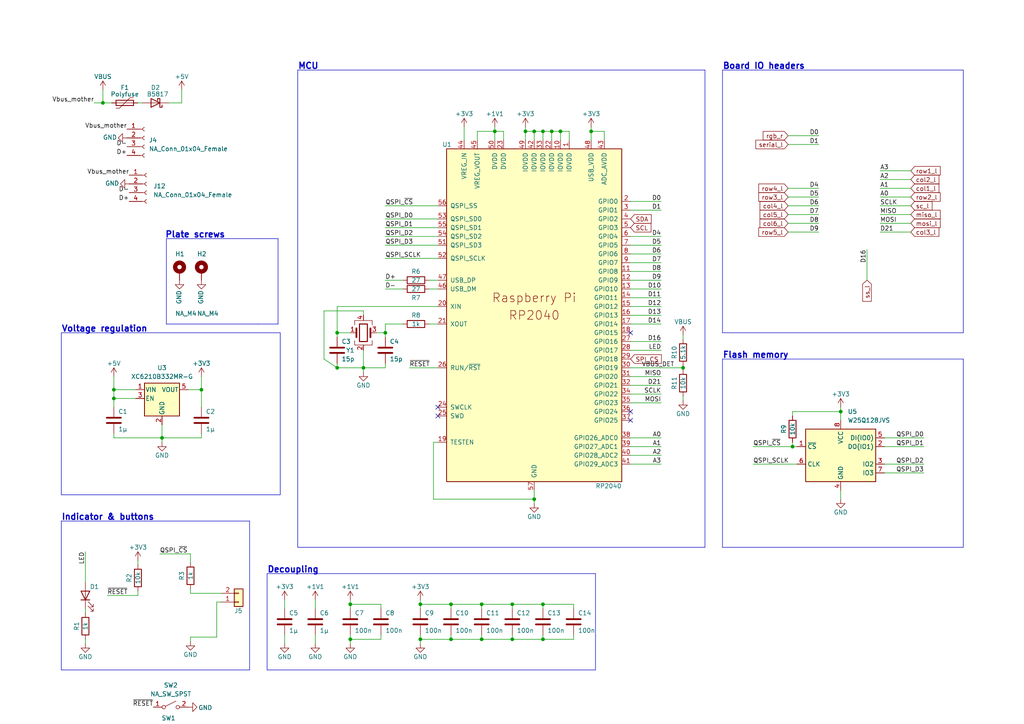
<source format=kicad_sch>
(kicad_sch (version 20231120) (generator "eeschema") (generator_version "8.0")
  (paper "A4")
  (title_block (title "Splinktegrated  ") (rev "2") (company "bastardkb"))
  (junction (at 354.33 130.81))
  (junction (at 46.99 127))
  (junction (at 105.41 106.68))
  (junction (at 154.94 38.1))
  (junction (at 382.27 138.43))
  (junction (at 162.56 38.1))
  (junction (at 111.76 96.52))
  (junction (at 322.58 99.06))
  (junction (at 157.48 185.42))
  (junction (at 354.33 113.03))
  (junction (at 101.6 185.42))
  (junction (at -85.09 48.26))
  (junction (at 157.48 38.1))
  (junction (at 328.93 137.16))
  (junction (at 354.33 135.89))
  (junction (at 97.79 96.52))
  (junction (at 157.48 175.26))
  (junction (at 101.6 175.26))
  (junction (at 121.92 185.42))
  (junction (at 148.59 185.42))
  (junction (at 130.81 175.26))
  (junction (at 148.59 175.26))
  (junction (at 152.4 38.1))
  (junction (at 160.02 38.1))
  (junction (at 33.02 113.03))
  (junction (at 325.12 120.65))
  (junction (at 171.45 38.1))
  (junction (at 139.7 185.42))
  (junction (at 154.94 144.78))
  (junction (at -104.14 72.39))
  (junction (at 198.12 106.68))
  (junction (at 58.42 113.03))
  (junction (at 229.87 129.54))
  (junction (at 139.7 175.26))
  (junction (at -68.58 40.64))
  (junction (at 130.81 185.42))
  (junction (at 97.79 106.68))
  (junction (at 33.02 115.57))
  (junction (at -85.09 50.8))
  (junction (at 243.84 119.38))
  (junction (at 29.845 29.845))
  (junction (at 143.51 38.1))
  (junction (at 121.92 175.26))
  (no_connect (at 327.66 129.54))
  (no_connect (at 322.58 91.44))
  (no_connect (at 182.88 119.38))
  (no_connect (at 182.88 121.92))
  (no_connect (at 391.16 62.23))
  (no_connect (at -88.9 60.96))
  (no_connect (at -88.9 63.5))
  (no_connect (at 391.16 64.77))
  (no_connect (at 431.8 64.77))
  (no_connect (at 127 118.11))
  (no_connect (at 127 120.65))
  (no_connect (at 182.88 96.52))
  (no_connect (at 431.8 67.31))
  (no_connect (at 391.16 67.31))
  (polyline (pts (xy 209.55 96.52) (xy 279.4 96.52)))
  (wire (pts (xy 171.45 38.1) (xy 171.45 40.64)))
  (wire (pts (xy 33.02 115.57) (xy 33.02 118.11)))
  (wire (pts (xy 105.41 91.44) (xy 105.41 90.17)))
  (wire (pts (xy 118.745 106.68) (xy 127 106.68)))
  (wire (pts (xy 58.42 109.22) (xy 58.42 113.03)))
  (wire (pts (xy 55.245 170.815) (xy 55.245 172.085)))
  (wire (pts (xy 82.55 173.99) (xy 82.55 176.53)))
  (wire (pts (xy 40.005 29.845) (xy 41.275 29.845)))
  (wire (pts (xy 311.15 143.51) (xy 328.93 143.51)))
  (wire (pts (xy 267.97 134.62) (xy 256.54 134.62)))
  (wire (pts (xy 101.6 175.26) (xy 110.49 175.26)))
  (wire (pts (xy 121.92 173.99) (xy 121.92 175.26)))
  (polyline (pts (xy 17.78 194.31) (xy 72.39 194.31)))
  (wire (pts (xy 255.27 54.61) (xy 264.16 54.61)))
  (wire (pts (xy 228.6 67.31) (xy 237.49 67.31)))
  (polyline (pts (xy 204.47 158.75) (xy 204.47 20.32)))
  (wire (pts (xy 182.88 127) (xy 191.77 127)))
  (wire (pts (xy -88.9 50.8) (xy -85.09 50.8)))
  (wire (pts (xy 91.44 173.99) (xy 91.44 176.53)))
  (wire (pts (xy 267.97 137.16) (xy 256.54 137.16)))
  (polyline (pts (xy 279.4 104.14) (xy 209.55 104.14)))
  (wire (pts (xy 111.76 66.04) (xy 127 66.04)))
  (wire (pts (xy 182.88 101.6) (xy 191.77 101.6)))
  (wire (pts (xy 182.88 86.36) (xy 191.77 86.36)))
  (wire (pts (xy 121.92 185.42) (xy 130.81 185.42)))
  (wire (pts (xy 33.02 113.03) (xy 39.37 113.03)))
  (wire (pts (xy 101.6 175.26) (xy 101.6 176.53)))
  (wire (pts (xy 243.84 118.11) (xy 243.84 119.38)))
  (wire (pts (xy 109.22 96.52) (xy 111.76 96.52)))
  (wire (pts (xy 105.41 106.68) (xy 105.41 107.95)))
  (wire (pts (xy 162.56 38.1) (xy 165.1 38.1)))
  (wire (pts (xy 48.895 29.845) (xy 52.705 29.845)))
  (wire (pts (xy 121.92 175.26) (xy 130.81 175.26)))
  (wire (pts (xy 228.6 64.77) (xy 237.49 64.77)))
  (wire (pts (xy 97.79 96.52) (xy 97.79 88.9)))
  (wire (pts (xy 111.76 68.58) (xy 127 68.58)))
  (wire (pts (xy 198.12 114.935) (xy 198.12 116.205)))
  (wire (pts (xy 143.51 38.1) (xy 143.51 40.64)))
  (wire (pts (xy 182.88 129.54) (xy 191.77 129.54)))
  (wire (pts (xy 130.81 184.15) (xy 130.81 185.42)))
  (wire (pts (xy 424.18 91.44) (xy 415.29 91.44)))
  (wire (pts (xy -85.09 48.26) (xy -88.9 48.26)))
  (wire (pts (xy 311.15 120.65) (xy 311.15 143.51)))
  (polyline (pts (xy -39.37 137.795) (xy -121.92 137.795)))
  (wire (pts (xy 121.92 185.42) (xy 121.92 186.69)))
  (wire (pts (xy 267.97 127) (xy 256.54 127)))
  (wire (pts (xy 52.705 26.035) (xy 52.705 29.845)))
  (wire (pts (xy 33.02 127) (xy 46.99 127)))
  (wire (pts (xy 125.73 128.27) (xy 127 128.27)))
  (wire (pts (xy 101.6 185.42) (xy 101.6 186.69)))
  (wire (pts (xy 124.46 81.28) (xy 127 81.28)))
  (wire (pts (xy -88.9 45.72) (xy -86.36 45.72)))
  (wire (pts (xy 93.98 90.17) (xy 93.98 104.14)))
  (wire (pts (xy 101.6 185.42) (xy 110.49 185.42)))
  (wire (pts (xy 251.46 81.28) (xy 251.46 72.39)))
  (wire (pts (xy 139.7 185.42) (xy 148.59 185.42)))
  (wire (pts (xy 124.46 93.98) (xy 127 93.98)))
  (wire (pts (xy 325.12 120.65) (xy 330.2 120.65)))
  (wire (pts (xy -86.36 45.72) (xy -85.09 48.26)))
  (polyline (pts (xy 445.135 23.495) (xy 445.135 72.39)))
  (wire (pts (xy 182.88 91.44) (xy 191.77 91.44)))
  (wire (pts (xy -105.41 72.39) (xy -104.14 72.39)))
  (polyline (pts (xy 80.645 69.215) (xy 80.645 93.98)))
  (wire (pts (xy 243.84 142.24) (xy 243.84 144.78)))
  (polyline (pts (xy 410.21 23.495) (xy 410.21 72.39)))
  (wire (pts (xy 157.48 38.1) (xy 157.48 40.64)))
  (wire (pts (xy 111.76 106.68) (xy 111.76 105.41)))
  (wire (pts (xy 62.865 174.625) (xy 62.865 184.785)))
  (polyline (pts (xy 369.57 23.495) (xy 369.57 72.39)))
  (polyline (pts (xy 74.93 93.98) (xy 48.26 93.98)))
  (wire (pts (xy -88.9 33.02) (xy -86.36 33.02)))
  (wire (pts (xy 46.355 160.655) (xy 55.245 160.655)))
  (wire (pts (xy 58.42 125.73) (xy 58.42 127)))
  (wire (pts (xy 255.27 64.77) (xy 264.16 64.77)))
  (wire (pts (xy 255.27 62.23) (xy 264.16 62.23)))
  (wire (pts (xy 229.87 129.54) (xy 231.14 129.54)))
  (wire (pts (xy 424.18 93.98) (xy 415.29 93.98)))
  (wire (pts (xy 105.41 106.68) (xy 111.76 106.68)))
  (wire (pts (xy 154.94 144.78) (xy 154.94 146.05)))
  (wire (pts (xy 182.88 109.22) (xy 191.77 109.22)))
  (wire (pts (xy 152.4 36.83) (xy 152.4 38.1)))
  (wire (pts (xy 146.05 40.64) (xy 146.05 38.1)))
  (wire (pts (xy 154.94 142.24) (xy 154.94 144.78)))
  (wire (pts (xy 40.005 171.45) (xy 40.005 172.72)))
  (wire (pts (xy 339.09 137.16) (xy 349.25 137.16)))
  (wire (pts (xy 175.26 40.64) (xy 175.26 38.1)))
  (wire (pts (xy 55.245 160.655) (xy 55.245 163.195)))
  (wire (pts (xy 198.12 106.68) (xy 198.12 107.315)))
  (wire (pts (xy 139.7 184.15) (xy 139.7 185.42)))
  (wire (pts (xy 157.48 185.42) (xy 166.37 185.42)))
  (polyline (pts (xy 445.135 72.39) (xy 410.21 72.39)))
  (wire (pts (xy 182.88 68.58) (xy 191.77 68.58)))
  (wire (pts (xy -111.76 72.39) (xy -110.49 72.39)))
  (wire (pts (xy 322.58 106.68) (xy 311.15 106.68)))
  (wire (pts (xy 182.88 114.3) (xy 191.77 114.3)))
  (wire (pts (xy 97.79 106.68) (xy 105.41 106.68)))
  (wire (pts (xy 166.37 176.53) (xy 166.37 175.26)))
  (wire (pts (xy 171.45 38.1) (xy 175.26 38.1)))
  (wire (pts (xy 125.73 128.27) (xy 125.73 144.78)))
  (wire (pts (xy 354.33 140.97) (xy 354.33 135.89)))
  (wire (pts (xy 139.7 175.26) (xy 148.59 175.26)))
  (polyline (pts (xy -39.37 85.09) (xy -39.37 137.795)))
  (wire (pts (xy 379.73 140.97) (xy 382.27 140.97)))
  (wire (pts (xy 58.42 113.03) (xy 58.42 118.11)))
  (wire (pts (xy 382.27 135.89) (xy 382.27 138.43)))
  (wire (pts (xy 218.44 134.62) (xy 231.14 134.62)))
  (wire (pts (xy 228.6 39.37) (xy 237.49 39.37)))
  (wire (pts (xy 152.4 38.1) (xy 152.4 40.64)))
  (wire (pts (xy 105.41 90.17) (xy 93.98 90.17)))
  (wire (pts (xy 255.27 52.07) (xy 264.16 52.07)))
  (wire (pts (xy 228.6 59.69) (xy 237.49 59.69)))
  (polyline (pts (xy 209.55 104.14) (xy 209.55 158.75)))
  (wire (pts (xy 321.31 120.65) (xy 325.12 120.65)))
  (wire (pts (xy 322.58 91.44) (xy 321.31 91.44)))
  (wire (pts (xy 334.01 113.03) (xy 354.33 113.03)))
  (wire (pts (xy 148.59 175.26) (xy 157.48 175.26)))
  (wire (pts (xy 110.49 184.15) (xy 110.49 185.42)))
  (polyline (pts (xy 17.78 151.13) (xy 17.78 194.31)))
  (wire (pts (xy 182.88 106.68) (xy 198.12 106.68)))
  (wire (pts (xy 243.84 119.38) (xy 243.84 121.92)))
  (wire (pts (xy 379.73 135.89) (xy 382.27 135.89)))
  (wire (pts (xy 182.88 132.08) (xy 191.77 132.08)))
  (wire (pts (xy 24.765 176.53) (xy 24.765 177.8)))
  (wire (pts (xy 182.88 111.76) (xy 191.77 111.76)))
  (wire (pts (xy 111.76 96.52) (xy 111.76 97.79)))
  (wire (pts (xy 62.865 184.785) (xy 55.245 184.785)))
  (wire (pts (xy -88.9 38.1) (xy -80.01 38.1)))
  (wire (pts (xy 228.6 57.15) (xy 237.49 57.15)))
  (wire (pts (xy 121.92 184.15) (xy 121.92 185.42)))
  (wire (pts (xy 171.45 36.83) (xy 171.45 38.1)))
  (wire (pts (xy 97.79 97.79) (xy 97.79 96.52)))
  (wire (pts (xy 327.66 137.16) (xy 328.93 137.16)))
  (wire (pts (xy 24.765 185.42) (xy 24.765 186.69)))
  (polyline (pts (xy 369.57 23.495) (xy 404.495 23.495)))
  (polyline (pts (xy 279.4 96.52) (xy 279.4 20.32)))
  (polyline (pts (xy -121.92 16.51) (xy -39.37 16.51)))
  (wire (pts (xy 228.6 54.61) (xy 237.49 54.61)))
  (wire (pts (xy 218.44 129.54) (xy 229.87 129.54)))
  (wire (pts (xy 130.81 185.42) (xy 139.7 185.42)))
  (wire (pts (xy 82.55 184.15) (xy 82.55 186.69)))
  (wire (pts (xy 182.88 73.66) (xy 191.77 73.66)))
  (wire (pts (xy 97.79 105.41) (xy 97.79 106.68)))
  (wire (pts (xy 130.81 175.26) (xy 130.81 176.53)))
  (wire (pts (xy 97.79 96.52) (xy 101.6 96.52)))
  (wire (pts (xy 111.76 71.12) (xy 127 71.12)))
  (polyline (pts (xy 48.26 69.215) (xy 48.26 93.98)))
  (wire (pts (xy 91.44 184.15) (xy 91.44 186.69)))
  (wire (pts (xy 64.135 174.625) (xy 62.865 174.625)))
  (wire (pts (xy 154.94 38.1) (xy 157.48 38.1)))
  (wire (pts (xy -68.58 40.64) (xy -68.58 41.91)))
  (wire (pts (xy 229.87 128.27) (xy 229.87 129.54)))
  (wire (pts (xy 148.59 184.15) (xy 148.59 185.42)))
  (polyline (pts (xy -39.37 16.51) (xy -39.37 85.09)))
  (wire (pts (xy 354.33 130.81) (xy 354.33 135.89)))
  (wire (pts (xy 160.02 38.1) (xy 160.02 40.64)))
  (polyline (pts (xy 17.78 96.52) (xy 81.28 96.52)))
  (wire (pts (xy 33.02 125.73) (xy 33.02 127)))
  (wire (pts (xy -86.36 29.21) (xy -86.36 33.02)))
  (wire (pts (xy -104.14 72.39) (xy -104.14 73.66)))
  (polyline (pts (xy 77.47 194.31) (xy 172.72 194.31)))
  (wire (pts (xy -72.39 38.1) (xy -68.58 38.1)))
  (wire (pts (xy 255.27 59.69) (xy 264.16 59.69)))
  (wire (pts (xy -111.76 71.12) (xy -111.76 72.39)))
  (wire (pts (xy 97.79 88.9) (xy 127 88.9)))
  (polyline (pts (xy 410.21 23.495) (xy 445.135 23.495)))
  (wire (pts (xy 354.33 135.89) (xy 359.41 135.89)))
  (wire (pts (xy 182.88 116.84) (xy 191.77 116.84)))
  (wire (pts (xy 349.25 137.16) (xy 349.25 130.81)))
  (wire (pts (xy 111.76 83.82) (xy 116.84 83.82)))
  (wire (pts (xy 267.97 129.54) (xy 256.54 129.54)))
  (wire (pts (xy 148.59 185.42) (xy 157.48 185.42)))
  (wire (pts (xy 33.02 109.22) (xy 33.02 113.03)))
  (wire (pts (xy 229.87 119.38) (xy 243.84 119.38)))
  (wire (pts (xy 138.43 38.1) (xy 143.51 38.1)))
  (wire (pts (xy 424.18 96.52) (xy 415.29 96.52)))
  (wire (pts (xy 322.58 99.06) (xy 322.58 106.68)))
  (wire (pts (xy 228.6 41.91) (xy 237.49 41.91)))
  (wire (pts (xy 33.02 113.03) (xy 33.02 115.57)))
  (wire (pts (xy -88.9 40.64) (xy -80.01 40.64)))
  (wire (pts (xy 27.305 29.845) (xy 29.845 29.845)))
  (wire (pts (xy 111.76 63.5) (xy 127 63.5)))
  (wire (pts (xy 55.245 184.785) (xy 55.245 186.055)))
  (wire (pts (xy 148.59 175.26) (xy 148.59 176.53)))
  (wire (pts (xy 29.845 26.035) (xy 29.845 29.845)))
  (polyline (pts (xy 172.72 194.31) (xy 172.72 166.37)))
  (polyline (pts (xy 81.28 143.51) (xy 17.78 143.51)))
  (wire (pts (xy 116.84 93.98) (xy 111.76 93.98)))
  (wire (pts (xy 143.51 36.83) (xy 143.51 38.1)))
  (polyline (pts (xy -122.555 137.795) (xy -121.92 16.51)))
  (wire (pts (xy 111.76 59.69) (xy 127 59.69)))
  (wire (pts (xy 165.1 40.64) (xy 165.1 38.1)))
  (wire (pts (xy 322.58 99.06) (xy 323.85 99.06)))
  (polyline (pts (xy 209.55 158.75) (xy 279.4 158.75)))
  (polyline (pts (xy 77.47 166.37) (xy 172.72 166.37)))
  (wire (pts (xy 24.765 160.02) (xy 24.765 168.91)))
  (wire (pts (xy 349.25 130.81) (xy 354.33 130.81)))
  (wire (pts (xy 157.48 38.1) (xy 160.02 38.1)))
  (wire (pts (xy 111.76 93.98) (xy 111.76 96.52)))
  (wire (pts (xy 46.99 123.19) (xy 46.99 127)))
  (wire (pts (xy 93.98 104.14) (xy 97.79 106.68)))
  (wire (pts (xy 229.87 120.65) (xy 229.87 119.38)))
  (polyline (pts (xy 404.495 23.495) (xy 404.495 72.39)))
  (wire (pts (xy 198.12 97.155) (xy 198.12 98.425)))
  (wire (pts (xy 124.46 83.82) (xy 127 83.82)))
  (wire (pts (xy 182.88 60.96) (xy 191.77 60.96)))
  (wire (pts (xy 182.88 88.9) (xy 191.77 88.9)))
  (wire (pts (xy 334.01 99.06) (xy 334.01 113.03)))
  (wire (pts (xy 157.48 175.26) (xy 166.37 175.26)))
  (wire (pts (xy 105.41 101.6) (xy 105.41 106.68)))
  (polyline (pts (xy 279.4 20.32) (xy 209.55 20.32)))
  (wire (pts (xy 321.31 113.03) (xy 325.12 113.03)))
  (wire (pts (xy 182.88 76.2) (xy 191.77 76.2)))
  (wire (pts (xy -85.09 50.8) (xy -86.36 53.34)))
  (wire (pts (xy 54.61 113.03) (xy 58.42 113.03)))
  (wire (pts (xy 354.33 113.03) (xy 361.95 113.03)))
  (wire (pts (xy 182.88 78.74) (xy 191.77 78.74)))
  (wire (pts (xy 121.92 175.26) (xy 121.92 176.53)))
  (wire (pts (xy 111.76 74.93) (xy 127 74.93)))
  (wire (pts (xy 359.41 140.97) (xy 354.33 140.97)))
  (polyline (pts (xy 209.55 20.32) (xy 209.55 96.52)))
  (wire (pts (xy -85.09 48.26) (xy -79.375 48.26)))
  (wire (pts (xy 424.18 88.9) (xy 415.29 88.9)))
  (wire (pts (xy 138.43 40.64) (xy 138.43 38.1)))
  (polyline (pts (xy 86.36 158.75) (xy 204.47 158.75)))
  (wire (pts (xy 154.94 38.1) (xy 154.94 40.64)))
  (wire (pts (xy 157.48 175.26) (xy 157.48 176.53)))
  (polyline (pts (xy 17.78 143.51) (xy 17.78 96.52)))
  (polyline (pts (xy 204.47 20.32) (xy 86.36 20.32)))
  (wire (pts (xy 182.88 58.42) (xy 191.77 58.42)))
  (wire (pts (xy -72.39 40.64) (xy -68.58 40.64)))
  (wire (pts (xy 111.76 81.28) (xy 116.84 81.28)))
  (wire (pts (xy 325.12 113.03) (xy 325.12 120.65)))
  (wire (pts (xy 162.56 38.1) (xy 162.56 40.64)))
  (wire (pts (xy 198.12 106.045) (xy 198.12 106.68)))
  (wire (pts (xy 182.88 134.62) (xy 191.77 134.62)))
  (polyline (pts (xy 77.47 166.37) (xy 77.47 194.31)))
  (wire (pts (xy 255.27 57.15) (xy 264.16 57.15)))
  (polyline (pts (xy 48.26 69.215) (xy 74.93 69.215)))
  (wire (pts (xy 321.31 99.06) (xy 322.58 99.06)))
  (wire (pts (xy -68.58 38.1) (xy -68.58 40.64)))
  (wire (pts (xy 182.88 83.82) (xy 191.77 83.82)))
  (wire (pts (xy 264.16 67.31) (xy 255.27 67.31)))
  (wire (pts (xy -86.36 53.34) (xy -88.9 53.34)))
  (wire (pts (xy 110.49 176.53) (xy 110.49 175.26)))
  (wire (pts (xy -85.09 50.8) (xy -79.375 50.8)))
  (wire (pts (xy 157.48 184.15) (xy 157.48 185.42)))
  (wire (pts (xy 55.245 172.085) (xy 64.135 172.085)))
  (wire (pts (xy 354.33 113.03) (xy 354.33 130.81)))
  (wire (pts (xy 182.88 93.98) (xy 191.77 93.98)))
  (wire (pts (xy 160.02 38.1) (xy 162.56 38.1)))
  (polyline (pts (xy 81.28 96.52) (xy 81.28 143.51)))
  (wire (pts (xy -104.14 71.12) (xy -104.14 72.39)))
  (polyline (pts (xy 72.39 194.31) (xy 72.39 151.13)))
  (wire (pts (xy 152.4 38.1) (xy 154.94 38.1)))
  (polyline (pts (xy 404.495 72.39) (xy 369.57 72.39)))
  (wire (pts (xy 182.88 81.28) (xy 191.77 81.28)))
  (wire (pts (xy 382.27 138.43) (xy 387.35 138.43)))
  (wire (pts (xy 46.99 127) (xy 46.99 128.27)))
  (wire (pts (xy 328.93 137.16) (xy 328.93 143.51)))
  (wire (pts (xy 166.37 184.15) (xy 166.37 185.42)))
  (polyline (pts (xy 17.78 151.13) (xy 72.39 151.13)))
  (wire (pts (xy 101.6 184.15) (xy 101.6 185.42)))
  (wire (pts (xy 31.115 172.72) (xy 40.005 172.72)))
  (polyline (pts (xy 74.93 69.215) (xy 80.645 69.215)))
  (wire (pts (xy 40.005 162.56) (xy 40.005 163.83)))
  (polyline (pts (xy 86.36 20.32) (xy 86.36 158.75)))
  (wire (pts (xy 125.73 144.78) (xy 154.94 144.78)))
  (wire (pts (xy 182.88 71.12) (xy 191.77 71.12)))
  (wire (pts (xy 382.27 140.97) (xy 382.27 138.43)))
  (wire (pts (xy 134.62 36.83) (xy 134.62 40.64)))
  (wire (pts (xy 143.51 38.1) (xy 146.05 38.1)))
  (wire (pts (xy 139.7 175.26) (xy 139.7 176.53)))
  (polyline (pts (xy 80.645 93.98) (xy 74.93 93.98)))
  (wire (pts (xy 311.15 106.68) (xy 311.15 113.03)))
  (wire (pts (xy 46.99 127) (xy 58.42 127)))
  (wire (pts (xy 29.845 29.845) (xy 32.385 29.845)))
  (wire (pts (xy 101.6 173.99) (xy 101.6 175.26)))
  (wire (pts (xy 33.02 115.57) (xy 39.37 115.57)))
  (wire (pts (xy 182.88 99.06) (xy 191.77 99.06)))
  (wire (pts (xy 228.6 62.23) (xy 237.49 62.23)))
  (wire (pts (xy 255.27 49.53) (xy 264.16 49.53)))
  (wire (pts (xy 130.81 175.26) (xy 139.7 175.26)))
  (polyline (pts (xy 279.4 158.75) (xy 279.4 104.14)))
  (rectangle (start 414.02 83.185) (end 454.025 104.14))
  (rectangle (start 298.45 82.55) (end 392.43 165.1))
  (text "Trackball FPC Connector" (at 409.575 23.495 0) (effects (font (size 1.778 1.778) (thickness 0.3556) (bold yes)) (justify left bottom)))
  (text "Decoupling" (at 77.47 166.37 0) (effects (font (size 1.778 1.778) (thickness 0.3556) (bold yes)) (justify left bottom)))
  (text "Board IO headers" (at 209.55 20.32 0) (effects (font (size 1.778 1.778) (thickness 0.3556) (bold yes)) (justify left bottom)))
  (text "USB-C connector" (at -121.92 16.51 0) (effects (font (size 1.778 1.778) (thickness 0.3556) (bold yes)) (justify left bottom)))
  (text "Serial and protection" (at 298.45 81.28 0) (effects (font (size 1.778 1.778) (thickness 0.3556) (bold yes)) (justify left bottom)))
  (text "Indicator & buttons" (at 17.78 151.13 0) (effects (font (size 1.778 1.778) (thickness 0.3556) (bold yes)) (justify left bottom)))
  (text "ESD protection" (at -111.76 98.425 0) (effects (font (size 1.778 1.778) (thickness 0.3556) (bold yes)) (justify left bottom)))
  (text "Voltage regulation" (at 17.78 96.52 0) (effects (font (size 1.778 1.778) (thickness 0.3556) (bold yes)) (justify left bottom)))
  (text "RowCol FPC Connector" (at 368.935 23.495 0) (effects (font (size 1.778 1.778) (thickness 0.3556) (bold yes)) (justify left bottom)))
  (text "Headers" (at -81.28 62.865 0) (effects (font (size 1.778 1.778) (thickness 0.3556) (bold yes)) (justify left bottom)))
  (text "MCU" (at 86.36 20.32 0) (effects (font (size 1.778 1.778) (thickness 0.3556) (bold yes)) (justify left bottom)))
  (text "Plate screws" (at 65.405 69.215 0) (effects (font (size 1.778 1.778) (thickness 0.3556) (bold yes)) (justify right bottom)))
  (text "Flash memory" (at 209.55 104.14 0) (effects (font (size 1.778 1.778) (thickness 0.3556) (bold yes)) (justify left bottom)))
  (text "Breakouts" (at 413.766 81.534 0) (effects (font (size 1.778 1.778) (thickness 0.3556) (bold yes)) (justify left bottom)))
  (label "D8" (at 191.77 78.74 180))
  (label "D13" (at 431.8 49.53 180))
  (label "QSPI_D2" (at 111.76 68.58 0))
  (label "D13" (at 191.77 91.44 180))
  (label "SCLK" (at 191.77 114.3 180))
  (label "Gnd_daughter" (at -93.345 125.73 0))
  (label "D16" (at 191.77 99.06 180))
  (label "LED" (at 191.77 101.6 180))
  (label "SCLK" (at 255.27 59.69 0))
  (label "Gnd_daughter" (at -104.14 73.66 0))
  (label "D0" (at 237.49 39.37 180))
  (label "D-_daughter" (at -103.505 118.11 180))
  (label "D+" (at 37.465 58.42 180))
  (label "VBUS_DET" (at 195.58 106.68 180))
  (label "D6" (at 191.77 73.66 180))
  (label "MOSI" (at 191.77 116.84 180))
  (label "D14" (at 415.29 96.52 0))
  (label "D8" (at 237.49 64.77 180))
  (label "D14" (at 431.8 54.61 180))
  (label "D+_daughter" (at -66.675 87.63 180))
  (label "D-" (at 37.465 55.88 180))
  (label "A2" (at 191.77 132.08 180))
  (label "Gnd_daughter" (at -66.675 82.55 180))
  (label "D7" (at 191.77 76.2 180))
  (label "D-" (at 111.76 83.82 0))
  (label "D1" (at 191.77 60.96 180))
  (label "~{RESET}" (at 31.115 172.72 0))
  (label "Vbus_daughter" (at -86.36 29.21 0))
  (label "QSPI_SCLK" (at 218.44 134.62 0))
  (label "D4" (at 191.77 68.58 180))
  (label "A3" (at 255.27 49.53 0))
  (label "D9" (at 237.49 67.31 180))
  (label "Vbus_daughter" (at -67.31 66.675 180))
  (label "QSPI_D0" (at 267.97 127 180))
  (label "D16" (at 251.46 72.39 270))
  (label "D12" (at 387.35 138.43 180))
  (label "QSPI_~{CS}" (at 218.44 129.54 0))
  (label "QSPI_D1" (at 111.76 66.04 0))
  (label "D5" (at 237.49 57.15 180))
  (label "MOSI" (at 255.27 64.77 0))
  (label "D+" (at 36.83 45.085 180))
  (label "MISO" (at 255.27 62.23 0))
  (label "~{RESET}" (at 118.745 106.68 0))
  (label "D13" (at 415.29 93.98 0))
  (label "D7" (at 237.49 62.23 180))
  (label "D-_daughter" (at -67.31 71.755 180))
  (label "D11" (at 415.29 91.44 0))
  (label "D14" (at 191.77 93.98 180))
  (label "QSPI_D3" (at 111.76 71.12 0))
  (label "~{RESET}" (at 44.45 205.105 180))
  (label "QSPI_~{CS}" (at 111.76 59.69 0))
  (label "Gnd_daughter" (at -67.31 69.215 180))
  (label "A1" (at 191.77 129.54 180))
  (label "Vbus_mother" (at 27.305 29.845 180))
  (label "D5" (at 191.77 71.12 180))
  (label "QSPI_D2" (at 267.97 134.62 180))
  (label "D-" (at 36.83 42.545 180))
  (label "D9" (at 191.77 81.28 180))
  (label "A0" (at 255.27 57.15 0))
  (label "Vbus_mother" (at 36.83 37.465 180))
  (label "D+" (at 111.76 81.28 0))
  (label "D12" (at 191.77 88.9 180))
  (label "D-_daughter" (at -79.375 48.26 0))
  (label "D+_daughter" (at -83.185 113.03 0))
  (label "D6" (at 237.49 59.69 180))
  (label "LED" (at 24.765 160.02 270))
  (label "Vbus_daughter" (at -66.675 80.01 180))
  (label "D21" (at 191.77 111.76 180))
  (label "QSPI_D1" (at 267.97 129.54 180))
  (label "D12" (at 330.2 120.65 180))
  (label "MISO" (at 191.77 109.22 180))
  (label "Gnd_daughter" (at -68.58 41.91 0))
  (label "D-_daughter" (at -66.675 85.09 180))
  (label "A2" (at 255.27 52.07 0))
  (label "D+_daughter" (at -67.31 74.295 180))
  (label "D1" (at 237.49 41.91 180))
  (label "D10" (at 415.29 88.9 0))
  (label "QSPI_~{CS}" (at 46.355 160.655 0))
  (label "Vbus_daughter" (at -93.345 105.41 0))
  (label "QSPI_SCLK" (at 111.76 74.93 0))
  (label "QSPI_D3" (at 267.97 137.16 180))
  (label "A3" (at 191.77 134.62 180))
  (label "D0" (at 191.77 58.42 180))
  (label "D21" (at 255.27 67.31 0))
  (label "Vbus_mother" (at 37.465 50.8 180))
  (label "D10" (at 191.77 83.82 180))
  (label "D-_daughter" (at -103.505 113.03 180))
  (label "D+_daughter" (at -79.375 50.8 0))
  (label "A0" (at 191.77 127 180))
  (label "~{RESET}" (at 43.815 214.63 180))
  (label "QSPI_D0" (at 111.76 63.5 0))
  (label "D4" (at 237.49 54.61 180))
  (label "D+_daughter" (at -83.185 118.11 0))
  (label "A1" (at 255.27 54.61 0))
  (label "D11" (at 191.77 86.36 180))
  (global_label "row5_l" (shape input) (at 391.16 34.29 180) (property "Intersheetrefs" "${INTERSHEET_REFS}" (effects (hide yes))))
  (global_label "row3_l" (shape input) (at 313.69 54.61 180) (property "Intersheetrefs" "${INTERSHEET_REFS}" (effects (hide yes))))
  (global_label "ss_l" (shape input) (at 312.42 25.4 180) (property "Intersheetrefs" "${INTERSHEET_REFS}" (effects (hide yes))))
  (global_label "miso_l" (shape input) (at 431.8 59.69 180) (property "Intersheetrefs" "${INTERSHEET_REFS}" (effects (hide yes))))
  (global_label "miso_l" (shape input) (at 312.42 33.02 180) (property "Intersheetrefs" "${INTERSHEET_REFS}" (effects (hide yes))))
  (global_label "col3_l" (shape input) (at 264.16 67.31 0) (property "Intersheetrefs" "${INTERSHEET_REFS}" (effects (hide yes))))
  (global_label "rgb_r" (shape input) (at 228.6 39.37 180) (property "Intersheetrefs" "${INTERSHEET_REFS}" (effects (hide yes))))
  (global_label "sc_l" (shape input) (at 312.42 30.48 180) (property "Intersheetrefs" "${INTERSHEET_REFS}" (effects (hide yes))))
  (global_label "SDA" (shape input) (at 182.88 63.5 0) (property "Intersheetrefs" "${INTERSHEET_REFS}" (effects (hide yes))))
  (global_label "col3_l" (shape input) (at 353.06 22.86 180) (property "Intersheetrefs" "${INTERSHEET_REFS}" (effects (hide yes))))
  (global_label "SPI_CS" (shape input) (at 431.8 57.15 180) (property "Intersheetrefs" "${INTERSHEET_REFS}" (effects (hide yes))))
  (global_label "col4_l" (shape input) (at 313.69 57.15 180) (property "Intersheetrefs" "${INTERSHEET_REFS}" (effects (hide yes))))
  (global_label "col1_l" (shape input) (at 391.16 52.07 180) (property "Intersheetrefs" "${INTERSHEET_REFS}" (effects (hide yes))))
  (global_label "col4_l" (shape input) (at 228.6 59.69 180) (property "Intersheetrefs" "${INTERSHEET_REFS}" (effects (hide yes))))
  (global_label "col1_l" (shape input) (at 353.06 30.48 180) (property "Intersheetrefs" "${INTERSHEET_REFS}" (effects (hide yes))))
  (global_label "row5_l" (shape input) (at 313.69 64.77 180) (property "Intersheetrefs" "${INTERSHEET_REFS}" (effects (hide yes))))
  (global_label "row1_l" (shape input) (at 391.16 57.15 180) (property "Intersheetrefs" "${INTERSHEET_REFS}" (effects (hide yes))))
  (global_label "col3_l" (shape input) (at 391.16 59.69 180) (property "Intersheetrefs" "${INTERSHEET_REFS}" (effects (hide yes))))
  (global_label "rgb_r" (shape input) (at 431.8 44.45 180) (property "Intersheetrefs" "${INTERSHEET_REFS}" (effects (hide yes))))
  (global_label "ss_l" (shape input) (at 251.46 81.28 270) (property "Intersheetrefs" "${INTERSHEET_REFS}" (effects (hide yes))))
  (global_label "row2_l" (shape input) (at 353.06 33.02 180) (property "Intersheetrefs" "${INTERSHEET_REFS}" (effects (hide yes))))
  (global_label "row2_l" (shape input) (at 391.16 49.53 180) (property "Intersheetrefs" "${INTERSHEET_REFS}" (effects (hide yes))))
  (global_label "col5_l" (shape input) (at 313.69 59.69 180) (property "Intersheetrefs" "${INTERSHEET_REFS}" (effects (hide yes))))
  (global_label "row1_l" (shape input) (at 264.16 49.53 0) (property "Intersheetrefs" "${INTERSHEET_REFS}" (effects (hide yes))))
  (global_label "sc_l" (shape input) (at 431.8 62.23 180) (property "Intersheetrefs" "${INTERSHEET_REFS}" (effects (hide yes))))
  (global_label "SPI_CS" (shape input) (at 182.88 104.14 0) (property "Intersheetrefs" "${INTERSHEET_REFS}" (effects (hide yes))))
  (global_label "row2_l" (shape input) (at 264.16 57.15 0) (property "Intersheetrefs" "${INTERSHEET_REFS}" (effects (hide yes))))
  (global_label "serial_l" (shape input) (at 228.6 41.91 180) (property "Intersheetrefs" "${INTERSHEET_REFS}" (effects (hide yes))))
  (global_label "row4_l" (shape input) (at 313.69 52.07 180) (property "Intersheetrefs" "${INTERSHEET_REFS}" (effects (hide yes))))
  (global_label "row4_l" (shape input) (at 228.6 54.61 180) (property "Intersheetrefs" "${INTERSHEET_REFS}" (effects (hide yes))))
  (global_label "row4_l" (shape input) (at 391.16 46.99 180) (property "Intersheetrefs" "${INTERSHEET_REFS}" (effects (hide yes))))
  (global_label "row3_l" (shape input) (at 391.16 44.45 180) (property "Intersheetrefs" "${INTERSHEET_REFS}" (effects (hide yes))))
  (global_label "SDA" (shape input) (at 431.8 41.91 180) (property "Intersheetrefs" "${INTERSHEET_REFS}" (effects (hide yes))))
  (global_label "col2_l" (shape input) (at 264.16 52.07 0) (property "Intersheetrefs" "${INTERSHEET_REFS}" (effects (hide yes))))
  (global_label "rgb_r" (shape input) (at 334.01 31.75 180) (property "Intersheetrefs" "${INTERSHEET_REFS}" (effects (hide yes))))
  (global_label "SCL" (shape input) (at 182.88 66.04 0) (property "Intersheetrefs" "${INTERSHEET_REFS}" (effects (hide yes))))
  (global_label "mosi_l" (shape input) (at 431.8 52.07 180) (property "Intersheetrefs" "${INTERSHEET_REFS}" (effects (hide yes))))
  (global_label "col6_l" (shape input) (at 228.6 64.77 180) (property "Intersheetrefs" "${INTERSHEET_REFS}" (effects (hide yes))))
  (global_label "col5_l" (shape input) (at 391.16 39.37 180) (property "Intersheetrefs" "${INTERSHEET_REFS}" (effects (hide yes))))
  (global_label "miso_l" (shape input) (at 264.16 62.23 0) (property "Intersheetrefs" "${INTERSHEET_REFS}" (effects (hide yes))))
  (global_label "mosi_l" (shape input) (at 312.42 27.94 180) (property "Intersheetrefs" "${INTERSHEET_REFS}" (effects (hide yes))))
  (global_label "col2_l" (shape input) (at 391.16 54.61 180) (property "Intersheetrefs" "${INTERSHEET_REFS}" (effects (hide yes))))
  (global_label "mosi_l" (shape input) (at 264.16 64.77 0) (property "Intersheetrefs" "${INTERSHEET_REFS}" (effects (hide yes))))
  (global_label "serial_l" (shape input) (at 361.95 113.03 0) (property "Intersheetrefs" "${INTERSHEET_REFS}" (effects (hide yes))))
  (global_label "col5_l" (shape input) (at 228.6 62.23 180) (property "Intersheetrefs" "${INTERSHEET_REFS}" (effects (hide yes))))
  (global_label "sc_l" (shape input) (at 264.16 59.69 0) (property "Intersheetrefs" "${INTERSHEET_REFS}" (effects (hide yes))))
  (global_label "col6_l" (shape input) (at 313.69 62.23 180) (property "Intersheetrefs" "${INTERSHEET_REFS}" (effects (hide yes))))
  (global_label "row5_l" (shape input) (at 228.6 67.31 180) (property "Intersheetrefs" "${INTERSHEET_REFS}" (effects (hide yes))))
  (global_label "row1_l" (shape input) (at 353.06 25.4 180) (property "Intersheetrefs" "${INTERSHEET_REFS}" (effects (hide yes))))
  (global_label "SCL" (shape input) (at 431.8 39.37 180) (property "Intersheetrefs" "${INTERSHEET_REFS}" (effects (hide yes))))
  (global_label "row3_l" (shape input) (at 228.6 57.15 180) (property "Intersheetrefs" "${INTERSHEET_REFS}" (effects (hide yes))))
  (global_label "col1_l" (shape input) (at 264.16 54.61 0) (property "Intersheetrefs" "${INTERSHEET_REFS}" (effects (hide yes))))
  (global_label "col6_l" (shape input) (at 391.16 36.83 180) (property "Intersheetrefs" "${INTERSHEET_REFS}" (effects (hide yes))))
  (global_label "col2_l" (shape input) (at 353.06 27.94 180) (property "Intersheetrefs" "${INTERSHEET_REFS}" (effects (hide yes))))
  (global_label "col4_l" (shape input) (at 391.16 41.91 180) (property "Intersheetrefs" "${INTERSHEET_REFS}" (effects (hide yes))))
  (symbol (lib_id "power:GND") (at 36.83 40.005 270) (unit 1)
    (property "Reference" "#PWR042" (effects (hide yes)))
    (property "Value" "GND" (at 29.8451 39.849 90) (effects (justify left)))
  )
  (symbol (lib_id "Device:C") (at 148.59 180.34 0) (unit 1)
    (property "Reference" "C12" (at 149.86 177.8 0) (effects (justify left)))
    (property "Value" "100n" (at 149.86 182.88 0) (effects (justify left)))
    (property "Footprint" "Capacitor_SMD:C_0402_1005Metric" (effects (hide yes)))
    (property "LCSC" "C1525" (effects (hide yes)))
  )
  (symbol (lib_id "Connector_Generic:Conn_01x02") (at 69.215 174.625 0) (mirror x) (unit 1) (in_bom no)
    (property "Reference" "J5" (at 67.945 177.165 0) (effects (justify left)))
    (property "Value" "Conn_01x02" (effects (hide yes)))
    (property "Footprint" "drawings:PinHeader_1x02_P1.27mm_Vertical" (effects (hide yes)))
  )
  (symbol (lib_id "MCU_RaspberryPi_RP2040:RP2040") (at 154.94 91.44 0) (unit 1)
    (property "Reference" "U1" (at 128.27 41.91 0) (effects (justify left)))
    (property "Value" "RP2040" (at 172.72 140.97 0) (effects (justify left)))
    (property "Footprint" "0xLib_Package_DFN_QFN:QFN-56-1EP_7x7mm_P0.4mm_EP3.2x3.2mm" (effects (hide yes)))
    (property "LCSC" "C2040" (effects (hide yes)))
  )
  (symbol (lib_id "Device:R") (at -76.2 38.1 90) (unit 1)
    (property "Reference" "R4" (at -71.755 34.925 90))
    (property "Value" "5.1k" (at -76.2 38.1 90))
    (property "Footprint" "Resistor_SMD:R_0402_1005Metric" (effects (hide yes)))
    (property "LCSC" "C25905" (effects (hide yes)))
  )
  (symbol (lib_id "power:+3.3V") (at 40.005 162.56 0) (unit 1)
    (property "Reference" "#PWR04" (effects (hide yes)))
    (property "Value" "+3V3" (at 40.005 158.75 0))
  )
  (symbol (lib_id "power:GND") (at 55.245 186.055 0) (unit 1)
    (property "Reference" "#PWR09" (effects (hide yes)))
    (property "Value" "GND" (at 55.245 189.865 0))
  )
  (symbol (lib_id "power:VBUS") (at 29.845 26.035 0) (unit 1)
    (property "Reference" "#PWR0104" (effects (hide yes)))
    (property "Value" "VBUS" (at 29.845 22.225 0))
  )
  (symbol (lib_id "Connector:Conn_01x14_Female") (at 436.88 49.53 0) (unit 1)
    (property "Reference" "J6" (at 438.785 49.5299 0) (effects (justify left)))
    (property "Value" "Cirque" (at 438.785 52.0699 0) (effects (justify left)))
    (property "Footprint" "local-libraries:FPC-SMD_FPC05012-09200-.5mm" (effects (hide yes)))
  )
  (symbol (lib_id "Connector:Conn_01x05_Female") (at 358.14 27.94 0) (unit 1) (in_bom no)
    (property "Reference" "J10" (at 356.87 19.05 0) (effects (justify left)))
    (property "Value" "NA_Ribbon" (at 349.25 38.1 0) (effects (justify left)))
    (property "Footprint" "Library:5_PinHeader" (effects (hide yes)))
  )
  (symbol (lib_id "power:GND") (at 24.765 186.69 0) (unit 1)
    (property "Reference" "#PWR01" (effects (hide yes)))
    (property "Value" "GND" (at 24.765 190.5 0))
  )
  (symbol (lib_id "power:GND") (at 369.57 148.59 0) (unit 1)
    (property "Reference" "#PWR029" (effects (hide yes)))
    (property "Value" "GND" (at 369.414 155.5749 90) (effects (justify left)))
  )
  (symbol (lib_id "Mechanical:MountingHole_Pad") (at 58.42 78.74 0) (unit 1)
    (property "Reference" "H2" (at 57.15 73.66 0) (effects (justify left)))
    (property "Value" "NA_M4" (at 57.15 90.932 0) (effects (justify left)))
    (property "Footprint" "Library:MountingHole_4mm_Pad_Via" (effects (hide yes)))
  )
  (symbol (lib_id "Switch:SW_SPST") (at 48.895 214.63 0) (unit 1) (in_bom no)
    (property "Reference" "SW1" (at 48.895 208.28 0))
    (property "Value" "NA_SW_SPST" (at 48.895 210.82 0))
    (property "Footprint" "Library:PushSwitch" (effects (hide yes)))
  )
  (symbol (lib_id "Device:R") (at 120.65 93.98 90) (unit 1)
    (property "Reference" "R8" (at 120.65 91.44 90))
    (property "Value" "1k" (at 120.65 93.98 90))
    (property "Footprint" "Resistor_SMD:R_0402_1005Metric" (effects (hide yes)))
    (property "LCSC" "C11702" (effects (hide yes)))
  )
  (symbol (lib_id "Memory_Flash:W25Q128JVS") (at 243.84 132.08 0) (unit 1)
    (property "Reference" "U5" (at 245.8594 119.38 0) (effects (justify left)))
    (property "Value" "W25Q128JVS" (at 245.8594 121.92 0) (effects (justify left)))
    (property "Footprint" "drawings:W25Q128JVPIQ" (effects (hide yes)))
    (property "Datasheet" "http://www.winbond.com/resource-files/w25q128jv_dtr%20revc%2003272018%20plus.pdf" (effects (hide yes)))
  )
  (symbol (lib_id "Device:Polyfuse") (at 36.195 29.845 90) (unit 1)
    (property "Reference" "F1" (at 36.195 25.4 90))
    (property "Value" "Polyfuse" (at 36.195 27.305 90))
    (property "Footprint" "Fuse:Fuse_0603_1608Metric" (effects (hide yes)))
    (property "LCSC" "C69679" (effects (hide yes)))
  )
  (symbol (lib_id "Device:R") (at 198.12 102.235 180) (unit 1)
    (property "Reference" "R10" (at 195.58 102.235 90))
    (property "Value" "5.1k" (at 198.12 102.235 90))
    (property "Footprint" "Resistor_SMD:R_0402_1005Metric" (effects (hide yes)))
    (property "LCSC" "C25905" (effects (hide yes)))
  )
  (symbol (lib_id "power:GND") (at 431.8 36.83 270) (unit 1)
    (property "Reference" "#PWR037" (effects (hide yes)))
    (property "Value" "GND" (at 425.45 36.83 90) (effects (justify left)))
  )
  (symbol (lib_id "power:GND") (at 53.975 214.63 90) (unit 1)
    (property "Reference" "#PWR03" (effects (hide yes)))
    (property "Value" "GND" (at 60.9599 214.786 90) (effects (justify left)))
  )
  (symbol (lib_id "Device:C") (at 157.48 180.34 0) (unit 1)
    (property "Reference" "C13" (at 158.75 177.8 0) (effects (justify left)))
    (property "Value" "100n" (at 158.75 182.88 0) (effects (justify left)))
    (property "Footprint" "Capacitor_SMD:C_0402_1005Metric" (effects (hide yes)))
    (property "LCSC" "C1525" (effects (hide yes)))
  )
  (symbol (lib_id "power:GND") (at 37.465 53.34 270) (unit 1)
    (property "Reference" "#PWR044" (effects (hide yes)))
    (property "Value" "GND" (at 30.4801 53.184 90) (effects (justify left)))
  )
  (symbol (lib_id "Device:C") (at 166.37 180.34 0) (unit 1)
    (property "Reference" "C14" (at 167.64 177.8 0) (effects (justify left)))
    (property "Value" "100n" (at 167.64 182.88 0) (effects (justify left)))
    (property "Footprint" "Capacitor_SMD:C_0402_1005Metric" (effects (hide yes)))
    (property "LCSC" "C1525" (effects (hide yes)))
  )
  (symbol (lib_id "Device:R") (at 120.65 81.28 90) (unit 1)
    (property "Reference" "R6" (at 120.65 78.74 90))
    (property "Value" "27" (at 120.65 81.28 90))
    (property "Footprint" "Resistor_SMD:R_0402_1005Metric" (effects (hide yes)))
    (property "LCSC" "C25100" (effects (hide yes)))
  )
  (symbol (lib_id "Regulator_Linear:AP2127K-3.3") (at 46.99 115.57 0) (unit 1)
    (property "Reference" "U3" (at 46.99 106.68 0))
    (property "Value" "XC6210B332MR-G" (at 46.99 109.22 0))
    (property "Footprint" "Package_TO_SOT_SMD:SOT-23-5" (effects (hide yes)))
    (property "LCSC" "C82942" (effects (hide yes)))
    (property "LCSC2" "C47719" (effects (hide yes)))
  )
  (symbol (lib_id "Jumper:Jumper_2_Open") (at 316.23 120.65 0) (unit 1) (in_bom no)
    (property "Reference" "NA_JP3" (at 315.214 117.348 0))
    (property "Value" "NA_Jumper_2_Open" (at 329.946 114.808 0))
    (property "Footprint" "local-libraries:SolderJumper-2_P1.3mm_Open_RoundedPad1.0x1.5mm" (effects (hide yes)))
  )
  (symbol (lib_id "Device:C") (at 121.92 180.34 0) (unit 1)
    (property "Reference" "C9" (at 123.19 177.8 0) (effects (justify left)))
    (property "Value" "100n" (at 123.19 182.88 0) (effects (justify left)))
    (property "Footprint" "Capacitor_SMD:C_0402_1005Metric" (effects (hide yes)))
    (property "LCSC" "C1525" (effects (hide yes)))
  )
  (symbol (lib_id "Device:C") (at 82.55 180.34 0) (unit 1)
    (property "Reference" "C5" (at 83.82 177.8 0) (effects (justify left)))
    (property "Value" "1µ" (at 83.82 182.88 0) (effects (justify left)))
    (property "Footprint" "Capacitor_SMD:C_0402_1005Metric" (effects (hide yes)))
    (property "LCSC" "C52923" (effects (hide yes)))
  )
  (symbol (lib_id "power:GND") (at 82.55 186.69 0) (unit 1)
    (property "Reference" "#PWR012" (effects (hide yes)))
    (property "Value" "GND" (at 82.55 190.5 0))
  )
  (symbol (lib_id "Device:C") (at 33.02 121.92 0) (unit 1)
    (property "Reference" "C1" (at 34.29 119.38 0) (effects (justify left)))
    (property "Value" "1µ" (at 34.29 124.46 0) (effects (justify left)))
    (property "Footprint" "Capacitor_SMD:C_0603_1608Metric" (effects (hide yes)))
    (property "LCSC" "C19666" (effects (hide yes)))
  )
  (symbol (lib_id "Device:Crystal_GND24") (at 105.41 96.52 0) (mirror x) (unit 1)
    (property "Reference" "Y1" (at 101.6 101.6 0))
    (property "Value" "Crystal_GND24" (effects (hide yes)))
    (property "Footprint" "Crystal:Crystal_SMD_2520-4Pin_2.5x2.0mm" (effects (hide yes)))
    (property "LCSC" "C2149204" (effects (hide yes)))
  )
  (symbol (lib_id "power:+3.3V") (at 321.31 96.52 270) (unit 1)
    (property "Reference" "#PWR07" (effects (hide yes)))
    (property "Value" "+3V3" (effects (hide yes)))
  )
  (symbol (lib_id "power:GND") (at 312.42 35.56 270) (unit 1)
    (property "Reference" "#PWR035" (effects (hide yes)))
    (property "Value" "GND" (at 306.07 35.56 90) (effects (justify left)))
  )
  (symbol (lib_id "power:+3.3V") (at 334.01 26.67 90) (unit 1)
    (property "Reference" "#PWR013" (effects (hide yes)))
    (property "Value" "+3V3" (at 330.2 26.67 0))
  )
  (symbol (lib_id "Device:R") (at 198.12 111.125 180) (unit 1)
    (property "Reference" "R11" (at 195.58 111.125 90))
    (property "Value" "10k" (at 198.12 111.125 90))
    (property "Footprint" "Resistor_SMD:R_0402_1005Metric" (effects (hide yes)))
    (property "LCSC" "C25744" (effects (hide yes)))
  )
  (symbol (lib_id "Connector:Conn_01x04_Female") (at -62.23 69.215 0) (unit 1) (in_bom no)
    (property "Reference" "J2" (at -59.69 69.85 0) (effects (justify left)))
    (property "Value" "NA_Conn_01x04_Female" (at -59.69 72.39 0) (effects (justify left)))
    (property "Footprint" "Library:PinHeader_1x04_P2.54mm_Vertical_USB" (effects (hide yes)))
  )
  (symbol (lib_id "Device:LED") (at 24.765 172.72 90) (unit 1)
    (property "Reference" "D1" (at 26.035 170.18 90) (effects (justify right)))
    (property "Value" "LED" (effects (hide yes)))
    (property "Footprint" "LED_SMD:LED_0402_1005Metric" (effects (hide yes)))
    (property "LCSC" "C130719" (effects (hide yes)))
  )
  (symbol (lib_id "power:+3.3V") (at 152.4 36.83 0) (unit 1)
    (property "Reference" "#PWR023" (effects (hide yes)))
    (property "Value" "+3V3" (at 152.4 33.02 0))
  )
  (symbol (lib_id "power:+3.3V") (at 327.66 134.62 270) (unit 1)
    (property "Reference" "#PWR010" (effects (hide yes)))
    (property "Value" "+3V3" (at 332.74 134.62 0))
  )
  (symbol (lib_id "Power_Protection:USBLC6-2P6") (at 369.57 138.43 0) (unit 1)
    (property "Reference" "U2" (at 372.2117 127 0) (effects (justify left)))
    (property "Value" "USBLC6-2P6" (at 372.2117 129.54 0) (effects (justify left)))
    (property "Footprint" "Package_TO_SOT_SMD:SOT-666" (effects (hide yes)))
    (property "Datasheet" "https://www.st.com/resource/en/datasheet/usblc6-2.pdf" (effects (hide yes)))
  )
  (symbol (lib_id "Connector:Conn_01x01_Socket") (at 429.26 88.9 0) (unit 1)
    (property "Reference" "J13" (at 430.53 87.6299 0) (effects (justify left)))
    (property "Value" "Conn_01x01_Socket" (at 435.864 90.424 0) (effects (justify left)))
    (property "Footprint" "local-libraries:PinHeader_1x01_P1.27mm_Vertical" (effects (hide yes)))
    (property "Description" "Generic connector, single row, 01x01, script generated" (effects (hide yes)))
  )
  (symbol (lib_id "Connector:USB_C_Receptacle_USB2.0") (at -104.14 48.26 0) (unit 1)
    (property "Reference" "J1" (at -104.14 25.4 0))
    (property "Value" "USB_C_Receptacle_USB2.0" (at -104.14 27.94 0))
    (property "Footprint" "drawings:GT-USB-7014C" (effects (hide yes)))
    (property "Datasheet" "https://www.usb.org/sites/default/files/documents/usb_type-c.zip" (effects (hide yes)))
    (property "LCSC" "C223907" (effects (hide yes)))
  )
  (symbol (lib_id "power:+3.3V") (at 82.55 173.99 0) (unit 1)
    (property "Reference" "#PWR011" (effects (hide yes)))
    (property "Value" "+3V3" (at 82.55 170.18 0))
  )
  (symbol (lib_id "power:+1V1") (at 101.6 173.99 0) (unit 1)
    (property "Reference" "#PWR017" (effects (hide yes)))
    (property "Value" "+1V1" (at 101.6 170.18 0))
  )
  (symbol (lib_id "Jumper:Jumper_2_Open") (at 334.01 137.16 0) (unit 1) (in_bom no)
    (property "Reference" "NA_JP2" (at 334.01 144.78 0))
    (property "Value" "NA_Jumper_2_Open" (at 334.01 140.97 0))
    (property "Footprint" "local-libraries:SolderJumper-2_P1.3mm_Open_RoundedPad1.0x1.5mm" (effects (hide yes)))
  )
  (symbol (lib_id "Device:C") (at 91.44 180.34 0) (unit 1)
    (property "Reference" "C6" (at 92.71 177.8 0) (effects (justify left)))
    (property "Value" "1µ" (at 92.71 182.88 0) (effects (justify left)))
    (property "Footprint" "Capacitor_SMD:C_0402_1005Metric" (effects (hide yes)))
    (property "LCSC" "C52923" (effects (hide yes)))
  )
  (symbol (lib_id "Device:R") (at 120.65 83.82 90) (unit 1)
    (property "Reference" "R7" (at 120.65 86.36 90))
    (property "Value" "27" (at 120.65 83.82 90))
    (property "Footprint" "Resistor_SMD:R_0402_1005Metric" (effects (hide yes)))
    (property "LCSC" "C25100" (effects (hide yes)))
  )
  (symbol (lib_id "Switch:SW_SPST") (at 49.53 205.105 0) (unit 1) (in_bom no)
    (property "Reference" "SW2" (at 49.53 198.755 0))
    (property "Value" "NA_SW_SPST" (at 49.53 201.295 0))
    (property "Footprint" "Library:PushSwitch" (effects (hide yes)))
  )
  (symbol (lib_id "Connector:Conn_01x03_Female") (at 339.09 29.21 0) (unit 1) (in_bom no)
    (property "Reference" "J9" (at 339.8013 28.5178 0) (effects (justify left)))
    (property "Value" "NA_RGB" (at 333.248 38.608 0) (effects (justify left)))
    (property "Footprint" "Library:header1x03" (effects (hide yes)))
  )
  (symbol (lib_id "power:+1V1") (at 91.44 173.99 0) (unit 1)
    (property "Reference" "#PWR014" (effects (hide yes)))
    (property "Value" "+1V1" (at 91.44 170.18 0))
  )
  (symbol (lib_id "Device:R") (at 40.005 167.64 180) (unit 1)
    (property "Reference" "R2" (at 37.465 167.64 90))
    (property "Value" "10k" (at 40.005 167.64 90))
    (property "Footprint" "Resistor_SMD:R_0402_1005Metric" (effects (hide yes)))
    (property "LCSC" "C25744" (effects (hide yes)))
  )
  (symbol (lib_id "power:GND") (at 58.42 81.28 0) (unit 1)
    (property "Reference" "#PWR034" (effects (hide yes)))
    (property "Value" "GND" (at 58.264 88.2649 90) (effects (justify left)))
  )
  (symbol (lib_id "Device:R") (at 24.765 181.61 180) (unit 1)
    (property "Reference" "R1" (at 22.225 181.61 90))
    (property "Value" "1k" (at 24.765 181.61 90))
    (property "Footprint" "Resistor_SMD:R_0402_1005Metric" (effects (hide yes)))
    (property "LCSC" "C11702" (effects (hide yes)))
  )
  (symbol (lib_id "power:GND") (at 121.92 186.69 0) (unit 1)
    (property "Reference" "#PWR020" (effects (hide yes)))
    (property "Value" "GND" (at 121.92 190.5 0))
  )
  (symbol (lib_id "power:+5V") (at 33.02 109.22 0) (unit 1)
    (property "Reference" "#PWR02" (effects (hide yes)))
    (property "Value" "+5V" (at 33.02 105.41 0))
  )
  (symbol (lib_id "Device:C") (at 58.42 121.92 0) (unit 1)
    (property "Reference" "C2" (at 59.69 119.38 0) (effects (justify left)))
    (property "Value" "1µ" (at 59.69 124.46 0) (effects (justify left)))
    (property "Footprint" "Capacitor_SMD:C_0603_1608Metric" (effects (hide yes)))
    (property "LCSC" "C19666" (effects (hide yes)))
  )
  (symbol (lib_id "power:+1V1") (at 143.51 36.83 0) (unit 1)
    (property "Reference" "#PWR022" (effects (hide yes)))
    (property "Value" "+1V1" (at 143.51 33.02 0))
  )
  (symbol (lib_id "Device:C") (at 111.76 101.6 0) (unit 1)
    (property "Reference" "C4" (at 113.03 99.06 0) (effects (justify left)))
    (property "Value" "15p" (at 113.03 104.14 0) (effects (justify left)))
    (property "Footprint" "Capacitor_SMD:C_0402_1005Metric" (effects (hide yes)))
    (property "LCSC" "C1548" (effects (hide yes)))
  )
  (symbol (lib_id "power:+5V") (at 421.64 46.99 0) (unit 1)
    (property "Reference" "#PWR041" (effects (hide yes)))
    (property "Value" "+5V" (at 421.64 43.18 0))
  )
  (symbol (lib_id "Connector:Conn_01x01_Socket") (at 429.26 91.44 0) (unit 1)
    (property "Reference" "J15" (at 430.53 90.1699 0) (effects (justify left)))
    (property "Value" "Conn_01x01_Socket" (at 435.864 92.964 0) (effects (justify left)))
    (property "Footprint" "local-libraries:PinHeader_1x01_P1.27mm_Vertical" (effects (hide yes)))
    (property "Description" "Generic connector, single row, 01x01, script generated" (effects (hide yes)))
  )
  (symbol (lib_id "Connector:Conn_01x04_Female") (at 41.91 40.005 0) (unit 1) (in_bom no)
    (property "Reference" "J4" (at 43.18 40.64 0) (effects (justify left)))
    (property "Value" "NA_Conn_01x04_Female" (at 43.18 43.18 0) (effects (justify left)))
    (property "Footprint" "drawings:PinHeader_1x04_P2.54mm_Vertical" (effects (hide yes)))
  )
  (symbol (lib_id "Connector:Conn_01x06_Female") (at 318.77 57.15 0) (unit 1) (in_bom no)
    (property "Reference" "J8" (at 317.5 48.26 0) (effects (justify left)))
    (property "Value" "NA_Ribbon" (at 310.515 69.215 0) (effects (justify left)))
    (property "Footprint" "Library:6_PinHeader" (effects (hide yes)))
  )
  (symbol (lib_id "Connector:Conn_01x01_Socket") (at 429.26 96.52 0) (unit 1)
    (property "Reference" "J17" (at 430.53 95.2499 0) (effects (justify left)))
    (property "Value" "Conn_01x01_Socket" (at 435.864 98.044 0) (effects (justify left)))
    (property "Footprint" "local-libraries:PinHeader_1x01_P1.27mm_Vertical" (effects (hide yes)))
    (property "Description" "Generic connector, single row, 01x01, script generated" (effects (hide yes)))
  )
  (symbol (lib_id "Connector:Conn_01x04_Female") (at -61.595 82.55 0) (unit 1) (in_bom no)
    (property "Reference" "J3" (at -58.42 83.185 0) (effects (justify left)))
    (property "Value" "NA_Conn_01x04_Female" (at -58.42 85.725 0) (effects (justify left)))
    (property "Footprint" "Library:PinHeader_1x04_P2.54mm_Vertical_USB" (effects (hide yes)))
  )
  (symbol (lib_id "power:+3.3V") (at 58.42 109.22 0) (unit 1)
    (property "Reference" "#PWR08" (effects (hide yes)))
    (property "Value" "+3V3" (at 58.42 105.41 0))
  )
  (symbol (lib_id "Device:C") (at 110.49 180.34 0) (unit 1)
    (property "Reference" "C8" (at 111.76 177.8 0) (effects (justify left)))
    (property "Value" "100n" (at 111.76 182.88 0) (effects (justify left)))
    (property "Footprint" "Capacitor_SMD:C_0402_1005Metric" (effects (hide yes)))
    (property "LCSC" "C1525" (effects (hide yes)))
  )
  (symbol (lib_id "power:+3.3V") (at 243.84 118.11 0) (unit 1)
    (property "Reference" "#PWR027" (effects (hide yes)))
    (property "Value" "+3V3" (at 243.84 114.3 0))
  )
  (symbol (lib_id "power:GND") (at 91.44 186.69 0) (unit 1)
    (property "Reference" "#PWR015" (effects (hide yes)))
    (property "Value" "GND" (at 91.44 190.5 0))
  )
  (symbol (lib_id "power:GND") (at 154.94 146.05 0) (unit 1)
    (property "Reference" "#PWR024" (effects (hide yes)))
    (property "Value" "GND" (at 154.94 149.86 0))
  )
  (symbol (lib_id "Device:FerriteBead_Small") (at -107.95 72.39 270) (unit 1)
    (property "Reference" "FB1" (at -113.03 74.93 90) (effects (justify left)))
    (property "Value" "FerriteBead_Small" (effects (hide yes)))
    (property "Footprint" "Inductor_SMD:L_0603_1608Metric" (effects (hide yes)))
    (property "LCSC" "C98288" (effects (hide yes)))
  )
  (symbol (lib_id "Connector:Conn_01x14_Female") (at 396.24 49.53 0) (unit 1)
    (property "Reference" "J14" (at 398.145 49.5299 0) (effects (justify left)))
    (property "Value" "Cirque" (at 398.145 52.0699 0) (effects (justify left)))
    (property "Footprint" "local-libraries:FPC-SMD_FPC05012-09200-.5mm" (effects (hide yes)))
  )
  (symbol (lib_id "Connector:AudioJack4") (at 322.58 132.08 0) (unit 1) (in_bom no)
    (property "Reference" "J11" (at 321.437 123.9582 0))
    (property "Value" "NA_Serial" (at 322.58 145.415 0))
    (property "Footprint" "drawings:Jack_3.5mm_PJ320E_Horizontal_custom" (effects (hide yes)))
  )
  (symbol (lib_id "Jumper:Jumper_2_Open") (at 426.72 46.99 0) (unit 1) (in_bom no)
    (property "Reference" "NA_JP5" (at 425.704 43.688 0))
    (property "Value" "NA_Jumper_2_Open" (at 440.436 41.148 0))
    (property "Footprint" "local-libraries:SolderJumper-2_P1.3mm_Open_RoundedPad1.0x1.5mm" (effects (hide yes)))
  )
  (symbol (lib_id "Connector:Conn_01x01_Socket") (at 429.26 93.98 0) (unit 1)
    (property "Reference" "J16" (at 430.53 92.7099 0) (effects (justify left)))
    (property "Value" "Conn_01x01_Socket" (at 435.864 95.504 0) (effects (justify left)))
    (property "Footprint" "local-libraries:PinHeader_1x01_P1.27mm_Vertical" (effects (hide yes)))
    (property "Description" "Generic connector, single row, 01x01, script generated" (effects (hide yes)))
  )
  (symbol (lib_id "power:GND") (at 101.6 186.69 0) (unit 1)
    (property "Reference" "#PWR018" (effects (hide yes)))
    (property "Value" "GND" (at 101.6 190.5 0))
  )
  (symbol (lib_id "Device:R") (at 55.245 167.005 180) (unit 1)
    (property "Reference" "R3" (at 52.705 167.005 90))
    (property "Value" "1k" (at 55.245 167.005 90))
    (property "Footprint" "Resistor_SMD:R_0402_1005Metric" (effects (hide yes)))
    (property "LCSC" "C11702" (effects (hide yes)))
  )
  (symbol (lib_id "Device:R") (at -76.2 40.64 90) (unit 1)
    (property "Reference" "R5" (at -76.2 43.18 90))
    (property "Value" "5.1k" (at -76.2 40.64 90))
    (property "Footprint" "Resistor_SMD:R_0402_1005Metric" (effects (hide yes)))
    (property "LCSC" "C25905" (effects (hide yes)))
  )
  (symbol (lib_id "Jumper:Jumper_2_Open") (at 316.23 113.03 0) (unit 1) (in_bom no)
    (property "Reference" "NA_JP4" (at 315.214 109.728 0))
    (property "Value" "NA_Jumper_2_Open" (at 324.612 106.426 0))
    (property "Footprint" "local-libraries:SolderJumper-2_P1.3mm_Open_RoundedPad1.0x1.5mm" (effects (hide yes)))
  )
  (symbol (lib_id "power:+3.3V") (at 121.92 173.99 0) (unit 1)
    (property "Reference" "#PWR019" (effects (hide yes)))
    (property "Value" "+3V3" (at 121.92 170.18 0))
  )
  (symbol (lib_id "Device:C") (at 101.6 180.34 0) (unit 1)
    (property "Reference" "C7" (at 102.87 177.8 0) (effects (justify left)))
    (property "Value" "100n" (at 102.87 182.88 0) (effects (justify left)))
    (property "Footprint" "Capacitor_SMD:C_0402_1005Metric" (effects (hide yes)))
    (property "LCSC" "C1525" (effects (hide yes)))
  )
  (symbol (lib_id "Jumper:Jumper_2_Open") (at 328.93 99.06 0) (unit 1) (in_bom no)
    (property "Reference" "NA_JP1" (at 327.914 95.758 0))
    (property "Value" "NA_Jumper_2_Open" (at 342.646 93.218 0))
    (property "Footprint" "local-libraries:SolderJumper-2_P1.3mm_Open_RoundedPad1.0x1.5mm" (effects (hide yes)))
  )
  (symbol (lib_id "Power_Protection:USBLC6-2P6") (at -93.345 115.57 0) (unit 1)
    (property "Reference" "U4" (at -90.5763 102.235 0) (effects (justify left)))
    (property "Value" "USBLC6-2P6" (at -90.5763 104.775 0) (effects (justify left)))
    (property "Footprint" "Package_TO_SOT_SMD:SOT-666" (effects (hide yes)))
    (property "Datasheet" "https://www.st.com/resource/en/datasheet/usblc6-2.pdf" (effects (hide yes)))
  )
  (symbol (lib_id "power:+3.3V") (at 369.57 128.27 0) (unit 1)
    (property "Reference" "#PWR030" (effects (hide yes)))
    (property "Value" "+3V3" (at 369.57 124.46 0))
  )
  (symbol (lib_id "Device:D_Schottky") (at 45.085 29.845 180) (unit 1)
    (property "Reference" "D2" (at 45.085 25.4 0))
    (property "Value" "B5817" (at 45.72 27.305 0))
    (property "Footprint" "Diode_SMD:D_SOD-323" (effects (hide yes)))
    (property "LCSC" "C123899" (effects (hide yes)))
  )
  (symbol (lib_id "Connector:Conn_01x06_Female") (at 317.5 27.94 0) (unit 1) (in_bom no)
    (property "Reference" "J7" (at 318.77 29.21 0) (effects (justify left)))
    (property "Value" "NA_trackball" (at 311.15 38.1 0) (effects (justify left)))
    (property "Footprint" "Library:6_PinHeader" (effects (hide yes)))
  )
  (symbol (lib_id "Device:C") (at 97.79 101.6 0) (unit 1)
    (property "Reference" "C3" (at 99.06 99.06 0) (effects (justify left)))
    (property "Value" "15p" (at 99.06 104.14 0) (effects (justify left)))
    (property "Footprint" "Capacitor_SMD:C_0402_1005Metric" (effects (hide yes)))
    (property "LCSC" "C1548" (effects (hide yes)))
  )
  (symbol (lib_id "power:+3.3V") (at 312.42 22.86 0) (unit 1)
    (property "Reference" "#PWR026" (effects (hide yes)))
    (property "Value" "+3V3" (at 312.42 19.05 0))
  )
  (symbol (lib_id "power:GND") (at 54.61 205.105 90) (unit 1)
    (property "Reference" "#PWR05" (effects (hide yes)))
    (property "Value" "GND" (at 61.5949 205.261 90) (effects (justify left)))
  )
  (symbol (lib_id "Device:C") (at 139.7 180.34 0) (unit 1)
    (property "Reference" "C11" (at 140.97 177.8 0) (effects (justify left)))
    (property "Value" "100n" (at 140.97 182.88 0) (effects (justify left)))
    (property "Footprint" "Capacitor_SMD:C_0402_1005Metric" (effects (hide yes)))
    (property "LCSC" "C1525" (effects (hide yes)))
  )
  (symbol (lib_id "power:GND") (at 243.84 144.78 0) (unit 1)
    (property "Reference" "#PWR028" (effects (hide yes)))
    (property "Value" "GND" (at 243.84 148.59 0))
  )
  (symbol (lib_id "Connector:AudioJack4") (at 316.23 93.98 0) (unit 1) (in_bom no)
    (property "Reference" "NA_J6" (at 315.087 85.8582 0))
    (property "Value" "Serial" (at 368.3 120.015 0))
    (property "Footprint" "drawings:Jack_3.5mm_PJ320E_Horizontal_custom" (effects (hide yes)))
  )
  (symbol (lib_id "power:GND") (at 105.41 107.95 0) (unit 1)
    (property "Reference" "#PWR016" (effects (hide yes)))
    (property "Value" "GND" (at 105.41 111.76 0))
  )
  (symbol (lib_id "power:+3.3V") (at 431.8 34.29 0) (unit 1)
    (property "Reference" "#PWR036" (effects (hide yes)))
    (property "Value" "+3V3" (at 431.8 30.48 0))
  )
  (symbol (lib_id "power:GND") (at 327.66 132.08 90) (unit 1)
    (property "Reference" "#PWR031" (effects (hide yes)))
    (property "Value" "GND" (at 334.6449 132.236 90) (effects (justify left)))
  )
  (symbol (lib_id "power:GND") (at 46.99 128.27 0) (unit 1)
    (property "Reference" "#PWR06" (effects (hide yes)))
    (property "Value" "GND" (at 46.99 132.08 0))
  )
  (symbol (lib_id "power:GND") (at 198.12 116.205 0) (unit 1)
    (property "Reference" "#PWR0101" (effects (hide yes)))
    (property "Value" "GND" (at 198.12 120.015 0))
  )
  (symbol (lib_id "power:GND") (at 334.01 29.21 270) (unit 1)
    (property "Reference" "#PWR038" (effects (hide yes)))
    (property "Value" "GND" (at 327.0251 29.054 90) (effects (justify left)))
  )
  (symbol (lib_id "power:+3.3V") (at 134.62 36.83 0) (unit 1)
    (property "Reference" "#PWR021" (effects (hide yes)))
    (property "Value" "+3V3" (at 134.62 33.02 0))
  )
  (symbol (lib_id "Device:R") (at 229.87 124.46 180) (unit 1)
    (property "Reference" "R9" (at 227.33 124.46 90))
    (property "Value" "10k" (at 229.87 124.46 90))
    (property "Footprint" "Resistor_SMD:R_0402_1005Metric" (effects (hide yes)))
    (property "LCSC" "C25744" (effects (hide yes)))
  )
  (symbol (lib_id "power:GND") (at 321.31 93.98 90) (unit 1)
    (property "Reference" "#PWR033" (effects (hide yes)))
    (property "Value" "GND" (at 329.5649 94.136 90) (effects (justify left)))
  )
  (symbol (lib_id "Mechanical:MountingHole_Pad") (at 52.07 78.74 0) (unit 1)
    (property "Reference" "H1" (at 50.8 73.66 0) (effects (justify left)))
    (property "Value" "NA_M4" (at 50.8 90.932 0) (effects (justify left)))
    (property "Footprint" "Library:MountingHole_4mm_Pad_Via" (effects (hide yes)))
  )
  (symbol (lib_id "power:+3.3V") (at 171.45 36.83 0) (unit 1)
    (property "Reference" "#PWR025" (effects (hide yes)))
    (property "Value" "+3V3" (at 171.45 33.02 0))
  )
  (symbol (lib_id "power:GND") (at 52.07 81.28 0) (unit 1)
    (property "Reference" "#PWR032" (effects (hide yes)))
    (property "Value" "GND" (at 51.914 88.2649 90) (effects (justify left)))
  )
  (symbol (lib_id "Device:C") (at 130.81 180.34 0) (unit 1)
    (property "Reference" "C10" (at 132.08 177.8 0) (effects (justify left)))
    (property "Value" "100n" (at 132.08 182.88 0) (effects (justify left)))
    (property "Footprint" "Capacitor_SMD:C_0402_1005Metric" (effects (hide yes)))
    (property "LCSC" "C1525" (effects (hide yes)))
  )
  (symbol (lib_id "power:VBUS") (at 198.12 97.155 0) (unit 1)
    (property "Reference" "#PWR0102" (effects (hide yes)))
    (property "Value" "VBUS" (at 198.12 93.345 0))
  )
  (symbol (lib_id "Connector:Conn_01x04_Female") (at 42.545 53.34 0) (unit 1) (in_bom no)
    (property "Reference" "J12" (at 44.45 53.975 0) (effects (justify left)))
    (property "Value" "NA_Conn_01x04_Female" (at 44.45 56.515 0) (effects (justify left)))
    (property "Footprint" "drawings:PinHeader_1x04_P2.54mm_Vertical" (effects (hide yes)))
  )
  (symbol (lib_id "power:+5V") (at 52.705 26.035 0) (unit 1)
    (property "Reference" "#PWR0103" (effects (hide yes)))
    (property "Value" "+5V" (at 52.705 22.225 0))
  )
)
</source>
